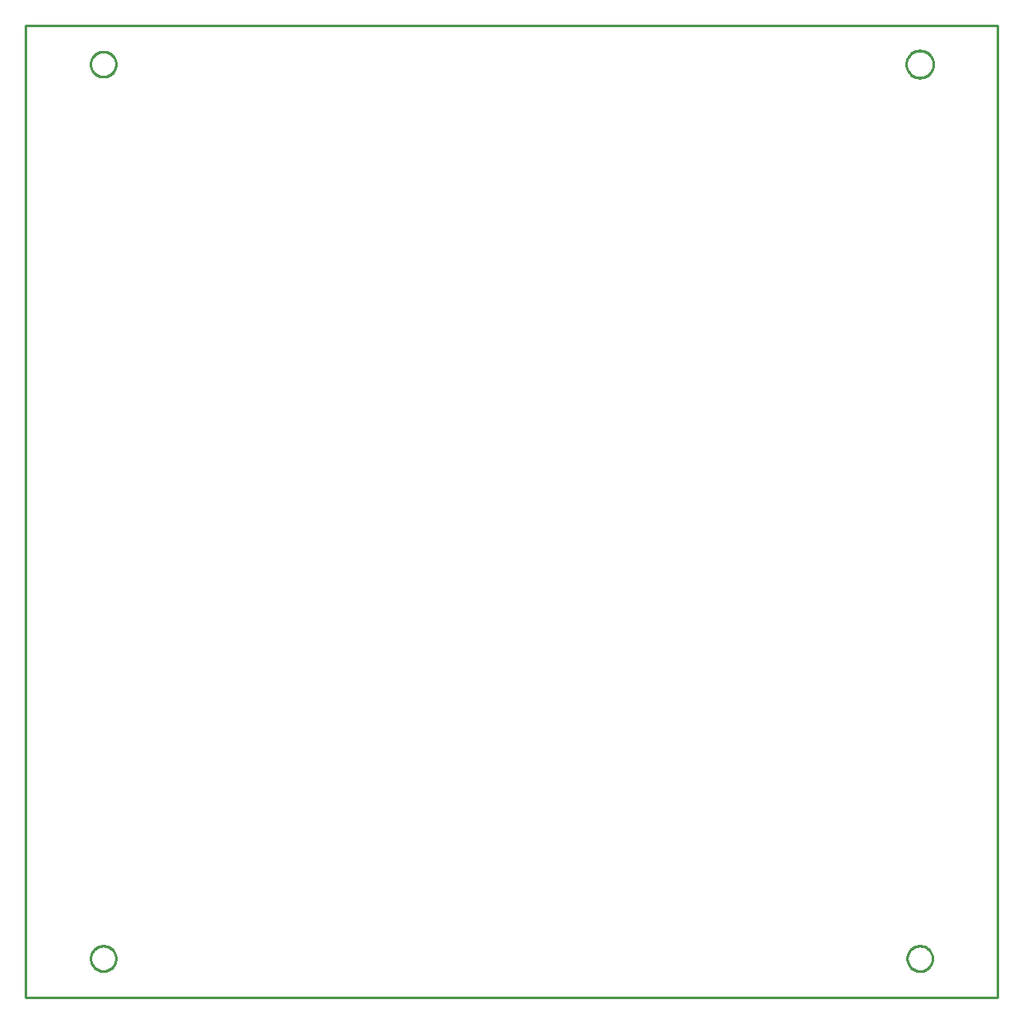
<source format=gbr>
G04 EAGLE Gerber RS-274X export*
G75*
%MOMM*%
%FSLAX34Y34*%
%LPD*%
%IN*%
%IPPOS*%
%AMOC8*
5,1,8,0,0,1.08239X$1,22.5*%
G01*
%ADD10C,0.000000*%
%ADD11C,0.200000*%
%ADD12C,0.254000*%


D10*
X0Y0D02*
X1000000Y0D01*
X1000000Y1000000D01*
X0Y1000000D01*
X0Y0D01*
D11*
X67000Y960000D02*
X67004Y960319D01*
X67016Y960638D01*
X67035Y960956D01*
X67063Y961274D01*
X67098Y961591D01*
X67141Y961907D01*
X67191Y962223D01*
X67250Y962536D01*
X67316Y962848D01*
X67390Y963159D01*
X67471Y963467D01*
X67560Y963774D01*
X67656Y964078D01*
X67760Y964380D01*
X67871Y964679D01*
X67990Y964975D01*
X68115Y965268D01*
X68248Y965558D01*
X68388Y965845D01*
X68535Y966128D01*
X68689Y966408D01*
X68850Y966683D01*
X69017Y966955D01*
X69191Y967222D01*
X69371Y967486D01*
X69558Y967744D01*
X69751Y967998D01*
X69951Y968247D01*
X70156Y968491D01*
X70368Y968730D01*
X70585Y968964D01*
X70808Y969192D01*
X71036Y969415D01*
X71270Y969632D01*
X71509Y969844D01*
X71753Y970049D01*
X72002Y970249D01*
X72256Y970442D01*
X72514Y970629D01*
X72778Y970809D01*
X73045Y970983D01*
X73317Y971150D01*
X73592Y971311D01*
X73872Y971465D01*
X74155Y971612D01*
X74442Y971752D01*
X74732Y971885D01*
X75025Y972010D01*
X75321Y972129D01*
X75620Y972240D01*
X75922Y972344D01*
X76226Y972440D01*
X76533Y972529D01*
X76841Y972610D01*
X77152Y972684D01*
X77464Y972750D01*
X77777Y972809D01*
X78093Y972859D01*
X78409Y972902D01*
X78726Y972937D01*
X79044Y972965D01*
X79362Y972984D01*
X79681Y972996D01*
X80000Y973000D01*
X80319Y972996D01*
X80638Y972984D01*
X80956Y972965D01*
X81274Y972937D01*
X81591Y972902D01*
X81907Y972859D01*
X82223Y972809D01*
X82536Y972750D01*
X82848Y972684D01*
X83159Y972610D01*
X83467Y972529D01*
X83774Y972440D01*
X84078Y972344D01*
X84380Y972240D01*
X84679Y972129D01*
X84975Y972010D01*
X85268Y971885D01*
X85558Y971752D01*
X85845Y971612D01*
X86128Y971465D01*
X86408Y971311D01*
X86683Y971150D01*
X86955Y970983D01*
X87222Y970809D01*
X87486Y970629D01*
X87744Y970442D01*
X87998Y970249D01*
X88247Y970049D01*
X88491Y969844D01*
X88730Y969632D01*
X88964Y969415D01*
X89192Y969192D01*
X89415Y968964D01*
X89632Y968730D01*
X89844Y968491D01*
X90049Y968247D01*
X90249Y967998D01*
X90442Y967744D01*
X90629Y967486D01*
X90809Y967222D01*
X90983Y966955D01*
X91150Y966683D01*
X91311Y966408D01*
X91465Y966128D01*
X91612Y965845D01*
X91752Y965558D01*
X91885Y965268D01*
X92010Y964975D01*
X92129Y964679D01*
X92240Y964380D01*
X92344Y964078D01*
X92440Y963774D01*
X92529Y963467D01*
X92610Y963159D01*
X92684Y962848D01*
X92750Y962536D01*
X92809Y962223D01*
X92859Y961907D01*
X92902Y961591D01*
X92937Y961274D01*
X92965Y960956D01*
X92984Y960638D01*
X92996Y960319D01*
X93000Y960000D01*
X92996Y959681D01*
X92984Y959362D01*
X92965Y959044D01*
X92937Y958726D01*
X92902Y958409D01*
X92859Y958093D01*
X92809Y957777D01*
X92750Y957464D01*
X92684Y957152D01*
X92610Y956841D01*
X92529Y956533D01*
X92440Y956226D01*
X92344Y955922D01*
X92240Y955620D01*
X92129Y955321D01*
X92010Y955025D01*
X91885Y954732D01*
X91752Y954442D01*
X91612Y954155D01*
X91465Y953872D01*
X91311Y953592D01*
X91150Y953317D01*
X90983Y953045D01*
X90809Y952778D01*
X90629Y952514D01*
X90442Y952256D01*
X90249Y952002D01*
X90049Y951753D01*
X89844Y951509D01*
X89632Y951270D01*
X89415Y951036D01*
X89192Y950808D01*
X88964Y950585D01*
X88730Y950368D01*
X88491Y950156D01*
X88247Y949951D01*
X87998Y949751D01*
X87744Y949558D01*
X87486Y949371D01*
X87222Y949191D01*
X86955Y949017D01*
X86683Y948850D01*
X86408Y948689D01*
X86128Y948535D01*
X85845Y948388D01*
X85558Y948248D01*
X85268Y948115D01*
X84975Y947990D01*
X84679Y947871D01*
X84380Y947760D01*
X84078Y947656D01*
X83774Y947560D01*
X83467Y947471D01*
X83159Y947390D01*
X82848Y947316D01*
X82536Y947250D01*
X82223Y947191D01*
X81907Y947141D01*
X81591Y947098D01*
X81274Y947063D01*
X80956Y947035D01*
X80638Y947016D01*
X80319Y947004D01*
X80000Y947000D01*
X79681Y947004D01*
X79362Y947016D01*
X79044Y947035D01*
X78726Y947063D01*
X78409Y947098D01*
X78093Y947141D01*
X77777Y947191D01*
X77464Y947250D01*
X77152Y947316D01*
X76841Y947390D01*
X76533Y947471D01*
X76226Y947560D01*
X75922Y947656D01*
X75620Y947760D01*
X75321Y947871D01*
X75025Y947990D01*
X74732Y948115D01*
X74442Y948248D01*
X74155Y948388D01*
X73872Y948535D01*
X73592Y948689D01*
X73317Y948850D01*
X73045Y949017D01*
X72778Y949191D01*
X72514Y949371D01*
X72256Y949558D01*
X72002Y949751D01*
X71753Y949951D01*
X71509Y950156D01*
X71270Y950368D01*
X71036Y950585D01*
X70808Y950808D01*
X70585Y951036D01*
X70368Y951270D01*
X70156Y951509D01*
X69951Y951753D01*
X69751Y952002D01*
X69558Y952256D01*
X69371Y952514D01*
X69191Y952778D01*
X69017Y953045D01*
X68850Y953317D01*
X68689Y953592D01*
X68535Y953872D01*
X68388Y954155D01*
X68248Y954442D01*
X68115Y954732D01*
X67990Y955025D01*
X67871Y955321D01*
X67760Y955620D01*
X67656Y955922D01*
X67560Y956226D01*
X67471Y956533D01*
X67390Y956841D01*
X67316Y957152D01*
X67250Y957464D01*
X67191Y957777D01*
X67141Y958093D01*
X67098Y958409D01*
X67063Y958726D01*
X67035Y959044D01*
X67016Y959362D01*
X67004Y959681D01*
X67000Y960000D01*
X906000Y960000D02*
X906004Y960344D01*
X906017Y960687D01*
X906038Y961030D01*
X906067Y961372D01*
X906105Y961714D01*
X906152Y962054D01*
X906206Y962393D01*
X906269Y962731D01*
X906340Y963067D01*
X906420Y963402D01*
X906507Y963734D01*
X906603Y964064D01*
X906707Y964392D01*
X906818Y964716D01*
X906938Y965039D01*
X907066Y965358D01*
X907201Y965673D01*
X907344Y965986D01*
X907495Y966295D01*
X907653Y966600D01*
X907819Y966901D01*
X907992Y967197D01*
X908172Y967490D01*
X908359Y967778D01*
X908554Y968061D01*
X908755Y968340D01*
X908963Y968613D01*
X909178Y968882D01*
X909399Y969144D01*
X909627Y969402D01*
X909861Y969654D01*
X910101Y969899D01*
X910346Y970139D01*
X910598Y970373D01*
X910856Y970601D01*
X911118Y970822D01*
X911387Y971037D01*
X911660Y971245D01*
X911939Y971446D01*
X912222Y971641D01*
X912510Y971828D01*
X912803Y972008D01*
X913099Y972181D01*
X913400Y972347D01*
X913705Y972505D01*
X914014Y972656D01*
X914327Y972799D01*
X914642Y972934D01*
X914961Y973062D01*
X915284Y973182D01*
X915608Y973293D01*
X915936Y973397D01*
X916266Y973493D01*
X916598Y973580D01*
X916933Y973660D01*
X917269Y973731D01*
X917607Y973794D01*
X917946Y973848D01*
X918286Y973895D01*
X918628Y973933D01*
X918970Y973962D01*
X919313Y973983D01*
X919656Y973996D01*
X920000Y974000D01*
X920344Y973996D01*
X920687Y973983D01*
X921030Y973962D01*
X921372Y973933D01*
X921714Y973895D01*
X922054Y973848D01*
X922393Y973794D01*
X922731Y973731D01*
X923067Y973660D01*
X923402Y973580D01*
X923734Y973493D01*
X924064Y973397D01*
X924392Y973293D01*
X924716Y973182D01*
X925039Y973062D01*
X925358Y972934D01*
X925673Y972799D01*
X925986Y972656D01*
X926295Y972505D01*
X926600Y972347D01*
X926901Y972181D01*
X927197Y972008D01*
X927490Y971828D01*
X927778Y971641D01*
X928061Y971446D01*
X928340Y971245D01*
X928613Y971037D01*
X928882Y970822D01*
X929144Y970601D01*
X929402Y970373D01*
X929654Y970139D01*
X929899Y969899D01*
X930139Y969654D01*
X930373Y969402D01*
X930601Y969144D01*
X930822Y968882D01*
X931037Y968613D01*
X931245Y968340D01*
X931446Y968061D01*
X931641Y967778D01*
X931828Y967490D01*
X932008Y967197D01*
X932181Y966901D01*
X932347Y966600D01*
X932505Y966295D01*
X932656Y965986D01*
X932799Y965673D01*
X932934Y965358D01*
X933062Y965039D01*
X933182Y964716D01*
X933293Y964392D01*
X933397Y964064D01*
X933493Y963734D01*
X933580Y963402D01*
X933660Y963067D01*
X933731Y962731D01*
X933794Y962393D01*
X933848Y962054D01*
X933895Y961714D01*
X933933Y961372D01*
X933962Y961030D01*
X933983Y960687D01*
X933996Y960344D01*
X934000Y960000D01*
X933996Y959656D01*
X933983Y959313D01*
X933962Y958970D01*
X933933Y958628D01*
X933895Y958286D01*
X933848Y957946D01*
X933794Y957607D01*
X933731Y957269D01*
X933660Y956933D01*
X933580Y956598D01*
X933493Y956266D01*
X933397Y955936D01*
X933293Y955608D01*
X933182Y955284D01*
X933062Y954961D01*
X932934Y954642D01*
X932799Y954327D01*
X932656Y954014D01*
X932505Y953705D01*
X932347Y953400D01*
X932181Y953099D01*
X932008Y952803D01*
X931828Y952510D01*
X931641Y952222D01*
X931446Y951939D01*
X931245Y951660D01*
X931037Y951387D01*
X930822Y951118D01*
X930601Y950856D01*
X930373Y950598D01*
X930139Y950346D01*
X929899Y950101D01*
X929654Y949861D01*
X929402Y949627D01*
X929144Y949399D01*
X928882Y949178D01*
X928613Y948963D01*
X928340Y948755D01*
X928061Y948554D01*
X927778Y948359D01*
X927490Y948172D01*
X927197Y947992D01*
X926901Y947819D01*
X926600Y947653D01*
X926295Y947495D01*
X925986Y947344D01*
X925673Y947201D01*
X925358Y947066D01*
X925039Y946938D01*
X924716Y946818D01*
X924392Y946707D01*
X924064Y946603D01*
X923734Y946507D01*
X923402Y946420D01*
X923067Y946340D01*
X922731Y946269D01*
X922393Y946206D01*
X922054Y946152D01*
X921714Y946105D01*
X921372Y946067D01*
X921030Y946038D01*
X920687Y946017D01*
X920344Y946004D01*
X920000Y946000D01*
X919656Y946004D01*
X919313Y946017D01*
X918970Y946038D01*
X918628Y946067D01*
X918286Y946105D01*
X917946Y946152D01*
X917607Y946206D01*
X917269Y946269D01*
X916933Y946340D01*
X916598Y946420D01*
X916266Y946507D01*
X915936Y946603D01*
X915608Y946707D01*
X915284Y946818D01*
X914961Y946938D01*
X914642Y947066D01*
X914327Y947201D01*
X914014Y947344D01*
X913705Y947495D01*
X913400Y947653D01*
X913099Y947819D01*
X912803Y947992D01*
X912510Y948172D01*
X912222Y948359D01*
X911939Y948554D01*
X911660Y948755D01*
X911387Y948963D01*
X911118Y949178D01*
X910856Y949399D01*
X910598Y949627D01*
X910346Y949861D01*
X910101Y950101D01*
X909861Y950346D01*
X909627Y950598D01*
X909399Y950856D01*
X909178Y951118D01*
X908963Y951387D01*
X908755Y951660D01*
X908554Y951939D01*
X908359Y952222D01*
X908172Y952510D01*
X907992Y952803D01*
X907819Y953099D01*
X907653Y953400D01*
X907495Y953705D01*
X907344Y954014D01*
X907201Y954327D01*
X907066Y954642D01*
X906938Y954961D01*
X906818Y955284D01*
X906707Y955608D01*
X906603Y955936D01*
X906507Y956266D01*
X906420Y956598D01*
X906340Y956933D01*
X906269Y957269D01*
X906206Y957607D01*
X906152Y957946D01*
X906105Y958286D01*
X906067Y958628D01*
X906038Y958970D01*
X906017Y959313D01*
X906004Y959656D01*
X906000Y960000D01*
X907000Y40000D02*
X907004Y40319D01*
X907016Y40638D01*
X907035Y40956D01*
X907063Y41274D01*
X907098Y41591D01*
X907141Y41907D01*
X907191Y42223D01*
X907250Y42536D01*
X907316Y42848D01*
X907390Y43159D01*
X907471Y43467D01*
X907560Y43774D01*
X907656Y44078D01*
X907760Y44380D01*
X907871Y44679D01*
X907990Y44975D01*
X908115Y45268D01*
X908248Y45558D01*
X908388Y45845D01*
X908535Y46128D01*
X908689Y46408D01*
X908850Y46683D01*
X909017Y46955D01*
X909191Y47222D01*
X909371Y47486D01*
X909558Y47744D01*
X909751Y47998D01*
X909951Y48247D01*
X910156Y48491D01*
X910368Y48730D01*
X910585Y48964D01*
X910808Y49192D01*
X911036Y49415D01*
X911270Y49632D01*
X911509Y49844D01*
X911753Y50049D01*
X912002Y50249D01*
X912256Y50442D01*
X912514Y50629D01*
X912778Y50809D01*
X913045Y50983D01*
X913317Y51150D01*
X913592Y51311D01*
X913872Y51465D01*
X914155Y51612D01*
X914442Y51752D01*
X914732Y51885D01*
X915025Y52010D01*
X915321Y52129D01*
X915620Y52240D01*
X915922Y52344D01*
X916226Y52440D01*
X916533Y52529D01*
X916841Y52610D01*
X917152Y52684D01*
X917464Y52750D01*
X917777Y52809D01*
X918093Y52859D01*
X918409Y52902D01*
X918726Y52937D01*
X919044Y52965D01*
X919362Y52984D01*
X919681Y52996D01*
X920000Y53000D01*
X920319Y52996D01*
X920638Y52984D01*
X920956Y52965D01*
X921274Y52937D01*
X921591Y52902D01*
X921907Y52859D01*
X922223Y52809D01*
X922536Y52750D01*
X922848Y52684D01*
X923159Y52610D01*
X923467Y52529D01*
X923774Y52440D01*
X924078Y52344D01*
X924380Y52240D01*
X924679Y52129D01*
X924975Y52010D01*
X925268Y51885D01*
X925558Y51752D01*
X925845Y51612D01*
X926128Y51465D01*
X926408Y51311D01*
X926683Y51150D01*
X926955Y50983D01*
X927222Y50809D01*
X927486Y50629D01*
X927744Y50442D01*
X927998Y50249D01*
X928247Y50049D01*
X928491Y49844D01*
X928730Y49632D01*
X928964Y49415D01*
X929192Y49192D01*
X929415Y48964D01*
X929632Y48730D01*
X929844Y48491D01*
X930049Y48247D01*
X930249Y47998D01*
X930442Y47744D01*
X930629Y47486D01*
X930809Y47222D01*
X930983Y46955D01*
X931150Y46683D01*
X931311Y46408D01*
X931465Y46128D01*
X931612Y45845D01*
X931752Y45558D01*
X931885Y45268D01*
X932010Y44975D01*
X932129Y44679D01*
X932240Y44380D01*
X932344Y44078D01*
X932440Y43774D01*
X932529Y43467D01*
X932610Y43159D01*
X932684Y42848D01*
X932750Y42536D01*
X932809Y42223D01*
X932859Y41907D01*
X932902Y41591D01*
X932937Y41274D01*
X932965Y40956D01*
X932984Y40638D01*
X932996Y40319D01*
X933000Y40000D01*
X932996Y39681D01*
X932984Y39362D01*
X932965Y39044D01*
X932937Y38726D01*
X932902Y38409D01*
X932859Y38093D01*
X932809Y37777D01*
X932750Y37464D01*
X932684Y37152D01*
X932610Y36841D01*
X932529Y36533D01*
X932440Y36226D01*
X932344Y35922D01*
X932240Y35620D01*
X932129Y35321D01*
X932010Y35025D01*
X931885Y34732D01*
X931752Y34442D01*
X931612Y34155D01*
X931465Y33872D01*
X931311Y33592D01*
X931150Y33317D01*
X930983Y33045D01*
X930809Y32778D01*
X930629Y32514D01*
X930442Y32256D01*
X930249Y32002D01*
X930049Y31753D01*
X929844Y31509D01*
X929632Y31270D01*
X929415Y31036D01*
X929192Y30808D01*
X928964Y30585D01*
X928730Y30368D01*
X928491Y30156D01*
X928247Y29951D01*
X927998Y29751D01*
X927744Y29558D01*
X927486Y29371D01*
X927222Y29191D01*
X926955Y29017D01*
X926683Y28850D01*
X926408Y28689D01*
X926128Y28535D01*
X925845Y28388D01*
X925558Y28248D01*
X925268Y28115D01*
X924975Y27990D01*
X924679Y27871D01*
X924380Y27760D01*
X924078Y27656D01*
X923774Y27560D01*
X923467Y27471D01*
X923159Y27390D01*
X922848Y27316D01*
X922536Y27250D01*
X922223Y27191D01*
X921907Y27141D01*
X921591Y27098D01*
X921274Y27063D01*
X920956Y27035D01*
X920638Y27016D01*
X920319Y27004D01*
X920000Y27000D01*
X919681Y27004D01*
X919362Y27016D01*
X919044Y27035D01*
X918726Y27063D01*
X918409Y27098D01*
X918093Y27141D01*
X917777Y27191D01*
X917464Y27250D01*
X917152Y27316D01*
X916841Y27390D01*
X916533Y27471D01*
X916226Y27560D01*
X915922Y27656D01*
X915620Y27760D01*
X915321Y27871D01*
X915025Y27990D01*
X914732Y28115D01*
X914442Y28248D01*
X914155Y28388D01*
X913872Y28535D01*
X913592Y28689D01*
X913317Y28850D01*
X913045Y29017D01*
X912778Y29191D01*
X912514Y29371D01*
X912256Y29558D01*
X912002Y29751D01*
X911753Y29951D01*
X911509Y30156D01*
X911270Y30368D01*
X911036Y30585D01*
X910808Y30808D01*
X910585Y31036D01*
X910368Y31270D01*
X910156Y31509D01*
X909951Y31753D01*
X909751Y32002D01*
X909558Y32256D01*
X909371Y32514D01*
X909191Y32778D01*
X909017Y33045D01*
X908850Y33317D01*
X908689Y33592D01*
X908535Y33872D01*
X908388Y34155D01*
X908248Y34442D01*
X908115Y34732D01*
X907990Y35025D01*
X907871Y35321D01*
X907760Y35620D01*
X907656Y35922D01*
X907560Y36226D01*
X907471Y36533D01*
X907390Y36841D01*
X907316Y37152D01*
X907250Y37464D01*
X907191Y37777D01*
X907141Y38093D01*
X907098Y38409D01*
X907063Y38726D01*
X907035Y39044D01*
X907016Y39362D01*
X907004Y39681D01*
X907000Y40000D01*
X67000Y40000D02*
X67004Y40319D01*
X67016Y40638D01*
X67035Y40956D01*
X67063Y41274D01*
X67098Y41591D01*
X67141Y41907D01*
X67191Y42223D01*
X67250Y42536D01*
X67316Y42848D01*
X67390Y43159D01*
X67471Y43467D01*
X67560Y43774D01*
X67656Y44078D01*
X67760Y44380D01*
X67871Y44679D01*
X67990Y44975D01*
X68115Y45268D01*
X68248Y45558D01*
X68388Y45845D01*
X68535Y46128D01*
X68689Y46408D01*
X68850Y46683D01*
X69017Y46955D01*
X69191Y47222D01*
X69371Y47486D01*
X69558Y47744D01*
X69751Y47998D01*
X69951Y48247D01*
X70156Y48491D01*
X70368Y48730D01*
X70585Y48964D01*
X70808Y49192D01*
X71036Y49415D01*
X71270Y49632D01*
X71509Y49844D01*
X71753Y50049D01*
X72002Y50249D01*
X72256Y50442D01*
X72514Y50629D01*
X72778Y50809D01*
X73045Y50983D01*
X73317Y51150D01*
X73592Y51311D01*
X73872Y51465D01*
X74155Y51612D01*
X74442Y51752D01*
X74732Y51885D01*
X75025Y52010D01*
X75321Y52129D01*
X75620Y52240D01*
X75922Y52344D01*
X76226Y52440D01*
X76533Y52529D01*
X76841Y52610D01*
X77152Y52684D01*
X77464Y52750D01*
X77777Y52809D01*
X78093Y52859D01*
X78409Y52902D01*
X78726Y52937D01*
X79044Y52965D01*
X79362Y52984D01*
X79681Y52996D01*
X80000Y53000D01*
X80319Y52996D01*
X80638Y52984D01*
X80956Y52965D01*
X81274Y52937D01*
X81591Y52902D01*
X81907Y52859D01*
X82223Y52809D01*
X82536Y52750D01*
X82848Y52684D01*
X83159Y52610D01*
X83467Y52529D01*
X83774Y52440D01*
X84078Y52344D01*
X84380Y52240D01*
X84679Y52129D01*
X84975Y52010D01*
X85268Y51885D01*
X85558Y51752D01*
X85845Y51612D01*
X86128Y51465D01*
X86408Y51311D01*
X86683Y51150D01*
X86955Y50983D01*
X87222Y50809D01*
X87486Y50629D01*
X87744Y50442D01*
X87998Y50249D01*
X88247Y50049D01*
X88491Y49844D01*
X88730Y49632D01*
X88964Y49415D01*
X89192Y49192D01*
X89415Y48964D01*
X89632Y48730D01*
X89844Y48491D01*
X90049Y48247D01*
X90249Y47998D01*
X90442Y47744D01*
X90629Y47486D01*
X90809Y47222D01*
X90983Y46955D01*
X91150Y46683D01*
X91311Y46408D01*
X91465Y46128D01*
X91612Y45845D01*
X91752Y45558D01*
X91885Y45268D01*
X92010Y44975D01*
X92129Y44679D01*
X92240Y44380D01*
X92344Y44078D01*
X92440Y43774D01*
X92529Y43467D01*
X92610Y43159D01*
X92684Y42848D01*
X92750Y42536D01*
X92809Y42223D01*
X92859Y41907D01*
X92902Y41591D01*
X92937Y41274D01*
X92965Y40956D01*
X92984Y40638D01*
X92996Y40319D01*
X93000Y40000D01*
X92996Y39681D01*
X92984Y39362D01*
X92965Y39044D01*
X92937Y38726D01*
X92902Y38409D01*
X92859Y38093D01*
X92809Y37777D01*
X92750Y37464D01*
X92684Y37152D01*
X92610Y36841D01*
X92529Y36533D01*
X92440Y36226D01*
X92344Y35922D01*
X92240Y35620D01*
X92129Y35321D01*
X92010Y35025D01*
X91885Y34732D01*
X91752Y34442D01*
X91612Y34155D01*
X91465Y33872D01*
X91311Y33592D01*
X91150Y33317D01*
X90983Y33045D01*
X90809Y32778D01*
X90629Y32514D01*
X90442Y32256D01*
X90249Y32002D01*
X90049Y31753D01*
X89844Y31509D01*
X89632Y31270D01*
X89415Y31036D01*
X89192Y30808D01*
X88964Y30585D01*
X88730Y30368D01*
X88491Y30156D01*
X88247Y29951D01*
X87998Y29751D01*
X87744Y29558D01*
X87486Y29371D01*
X87222Y29191D01*
X86955Y29017D01*
X86683Y28850D01*
X86408Y28689D01*
X86128Y28535D01*
X85845Y28388D01*
X85558Y28248D01*
X85268Y28115D01*
X84975Y27990D01*
X84679Y27871D01*
X84380Y27760D01*
X84078Y27656D01*
X83774Y27560D01*
X83467Y27471D01*
X83159Y27390D01*
X82848Y27316D01*
X82536Y27250D01*
X82223Y27191D01*
X81907Y27141D01*
X81591Y27098D01*
X81274Y27063D01*
X80956Y27035D01*
X80638Y27016D01*
X80319Y27004D01*
X80000Y27000D01*
X79681Y27004D01*
X79362Y27016D01*
X79044Y27035D01*
X78726Y27063D01*
X78409Y27098D01*
X78093Y27141D01*
X77777Y27191D01*
X77464Y27250D01*
X77152Y27316D01*
X76841Y27390D01*
X76533Y27471D01*
X76226Y27560D01*
X75922Y27656D01*
X75620Y27760D01*
X75321Y27871D01*
X75025Y27990D01*
X74732Y28115D01*
X74442Y28248D01*
X74155Y28388D01*
X73872Y28535D01*
X73592Y28689D01*
X73317Y28850D01*
X73045Y29017D01*
X72778Y29191D01*
X72514Y29371D01*
X72256Y29558D01*
X72002Y29751D01*
X71753Y29951D01*
X71509Y30156D01*
X71270Y30368D01*
X71036Y30585D01*
X70808Y30808D01*
X70585Y31036D01*
X70368Y31270D01*
X70156Y31509D01*
X69951Y31753D01*
X69751Y32002D01*
X69558Y32256D01*
X69371Y32514D01*
X69191Y32778D01*
X69017Y33045D01*
X68850Y33317D01*
X68689Y33592D01*
X68535Y33872D01*
X68388Y34155D01*
X68248Y34442D01*
X68115Y34732D01*
X67990Y35025D01*
X67871Y35321D01*
X67760Y35620D01*
X67656Y35922D01*
X67560Y36226D01*
X67471Y36533D01*
X67390Y36841D01*
X67316Y37152D01*
X67250Y37464D01*
X67191Y37777D01*
X67141Y38093D01*
X67098Y38409D01*
X67063Y38726D01*
X67035Y39044D01*
X67016Y39362D01*
X67004Y39681D01*
X67000Y40000D01*
D12*
X0Y0D02*
X1000000Y0D01*
X1000000Y1000000D01*
X0Y1000000D01*
X0Y0D01*
X93000Y959536D02*
X93000Y960464D01*
X92934Y961391D01*
X92802Y962310D01*
X92604Y963217D01*
X92343Y964108D01*
X92018Y964978D01*
X91632Y965823D01*
X91187Y966638D01*
X90685Y967419D01*
X90129Y968162D01*
X89521Y968864D01*
X88864Y969521D01*
X88162Y970129D01*
X87419Y970685D01*
X86638Y971187D01*
X85823Y971632D01*
X84978Y972018D01*
X84108Y972343D01*
X83217Y972604D01*
X82310Y972802D01*
X81391Y972934D01*
X80464Y973000D01*
X79536Y973000D01*
X78609Y972934D01*
X77690Y972802D01*
X76783Y972604D01*
X75892Y972343D01*
X75022Y972018D01*
X74177Y971632D01*
X73362Y971187D01*
X72581Y970685D01*
X71838Y970129D01*
X71136Y969521D01*
X70479Y968864D01*
X69871Y968162D01*
X69315Y967419D01*
X68813Y966638D01*
X68368Y965823D01*
X67982Y964978D01*
X67657Y964108D01*
X67396Y963217D01*
X67198Y962310D01*
X67066Y961391D01*
X67000Y960464D01*
X67000Y959536D01*
X67066Y958609D01*
X67198Y957690D01*
X67396Y956783D01*
X67657Y955892D01*
X67982Y955022D01*
X68368Y954177D01*
X68813Y953362D01*
X69315Y952581D01*
X69871Y951838D01*
X70479Y951136D01*
X71136Y950479D01*
X71838Y949871D01*
X72581Y949315D01*
X73362Y948813D01*
X74177Y948368D01*
X75022Y947982D01*
X75892Y947657D01*
X76783Y947396D01*
X77690Y947198D01*
X78609Y947066D01*
X79536Y947000D01*
X80464Y947000D01*
X81391Y947066D01*
X82310Y947198D01*
X83217Y947396D01*
X84108Y947657D01*
X84978Y947982D01*
X85823Y948368D01*
X86638Y948813D01*
X87419Y949315D01*
X88162Y949871D01*
X88864Y950479D01*
X89521Y951136D01*
X90129Y951838D01*
X90685Y952581D01*
X91187Y953362D01*
X91632Y954177D01*
X92018Y955022D01*
X92343Y955892D01*
X92604Y956783D01*
X92802Y957690D01*
X92934Y958609D01*
X93000Y959536D01*
X934000Y959500D02*
X934000Y960500D01*
X933929Y961498D01*
X933786Y962487D01*
X933574Y963465D01*
X933292Y964424D01*
X932943Y965361D01*
X932527Y966271D01*
X932048Y967148D01*
X931507Y967990D01*
X930908Y968790D01*
X930253Y969546D01*
X929546Y970253D01*
X928790Y970908D01*
X927990Y971507D01*
X927148Y972048D01*
X926271Y972527D01*
X925361Y972943D01*
X924424Y973292D01*
X923465Y973574D01*
X922487Y973786D01*
X921498Y973929D01*
X920500Y974000D01*
X919500Y974000D01*
X918503Y973929D01*
X917513Y973786D01*
X916536Y973574D01*
X915576Y973292D01*
X914639Y972943D01*
X913729Y972527D01*
X912852Y972048D01*
X912010Y971507D01*
X911210Y970908D01*
X910454Y970253D01*
X909747Y969546D01*
X909092Y968790D01*
X908493Y967990D01*
X907952Y967148D01*
X907473Y966271D01*
X907057Y965361D01*
X906708Y964424D01*
X906426Y963465D01*
X906214Y962487D01*
X906071Y961498D01*
X906000Y960500D01*
X906000Y959500D01*
X906071Y958503D01*
X906214Y957513D01*
X906426Y956536D01*
X906708Y955576D01*
X907057Y954639D01*
X907473Y953729D01*
X907952Y952852D01*
X908493Y952010D01*
X909092Y951210D01*
X909747Y950454D01*
X910454Y949747D01*
X911210Y949092D01*
X912010Y948493D01*
X912852Y947952D01*
X913729Y947473D01*
X914639Y947057D01*
X915576Y946708D01*
X916536Y946426D01*
X917513Y946214D01*
X918503Y946071D01*
X919500Y946000D01*
X920500Y946000D01*
X921498Y946071D01*
X922487Y946214D01*
X923465Y946426D01*
X924424Y946708D01*
X925361Y947057D01*
X926271Y947473D01*
X927148Y947952D01*
X927990Y948493D01*
X928790Y949092D01*
X929546Y949747D01*
X930253Y950454D01*
X930908Y951210D01*
X931507Y952010D01*
X932048Y952852D01*
X932527Y953729D01*
X932943Y954639D01*
X933292Y955576D01*
X933574Y956536D01*
X933786Y957513D01*
X933929Y958503D01*
X934000Y959500D01*
X933000Y39536D02*
X933000Y40464D01*
X932934Y41391D01*
X932802Y42310D01*
X932604Y43217D01*
X932343Y44108D01*
X932018Y44978D01*
X931632Y45823D01*
X931187Y46638D01*
X930685Y47419D01*
X930129Y48162D01*
X929521Y48864D01*
X928864Y49521D01*
X928162Y50129D01*
X927419Y50685D01*
X926638Y51187D01*
X925823Y51632D01*
X924978Y52018D01*
X924108Y52343D01*
X923217Y52604D01*
X922310Y52802D01*
X921391Y52934D01*
X920464Y53000D01*
X919536Y53000D01*
X918609Y52934D01*
X917690Y52802D01*
X916783Y52604D01*
X915892Y52343D01*
X915022Y52018D01*
X914177Y51632D01*
X913362Y51187D01*
X912581Y50685D01*
X911838Y50129D01*
X911136Y49521D01*
X910479Y48864D01*
X909871Y48162D01*
X909315Y47419D01*
X908813Y46638D01*
X908368Y45823D01*
X907982Y44978D01*
X907657Y44108D01*
X907396Y43217D01*
X907198Y42310D01*
X907066Y41391D01*
X907000Y40464D01*
X907000Y39536D01*
X907066Y38609D01*
X907198Y37690D01*
X907396Y36783D01*
X907657Y35892D01*
X907982Y35022D01*
X908368Y34177D01*
X908813Y33362D01*
X909315Y32581D01*
X909871Y31838D01*
X910479Y31136D01*
X911136Y30479D01*
X911838Y29871D01*
X912581Y29315D01*
X913362Y28813D01*
X914177Y28368D01*
X915022Y27982D01*
X915892Y27657D01*
X916783Y27396D01*
X917690Y27198D01*
X918609Y27066D01*
X919536Y27000D01*
X920464Y27000D01*
X921391Y27066D01*
X922310Y27198D01*
X923217Y27396D01*
X924108Y27657D01*
X924978Y27982D01*
X925823Y28368D01*
X926638Y28813D01*
X927419Y29315D01*
X928162Y29871D01*
X928864Y30479D01*
X929521Y31136D01*
X930129Y31838D01*
X930685Y32581D01*
X931187Y33362D01*
X931632Y34177D01*
X932018Y35022D01*
X932343Y35892D01*
X932604Y36783D01*
X932802Y37690D01*
X932934Y38609D01*
X933000Y39536D01*
X93000Y39536D02*
X93000Y40464D01*
X92934Y41391D01*
X92802Y42310D01*
X92604Y43217D01*
X92343Y44108D01*
X92018Y44978D01*
X91632Y45823D01*
X91187Y46638D01*
X90685Y47419D01*
X90129Y48162D01*
X89521Y48864D01*
X88864Y49521D01*
X88162Y50129D01*
X87419Y50685D01*
X86638Y51187D01*
X85823Y51632D01*
X84978Y52018D01*
X84108Y52343D01*
X83217Y52604D01*
X82310Y52802D01*
X81391Y52934D01*
X80464Y53000D01*
X79536Y53000D01*
X78609Y52934D01*
X77690Y52802D01*
X76783Y52604D01*
X75892Y52343D01*
X75022Y52018D01*
X74177Y51632D01*
X73362Y51187D01*
X72581Y50685D01*
X71838Y50129D01*
X71136Y49521D01*
X70479Y48864D01*
X69871Y48162D01*
X69315Y47419D01*
X68813Y46638D01*
X68368Y45823D01*
X67982Y44978D01*
X67657Y44108D01*
X67396Y43217D01*
X67198Y42310D01*
X67066Y41391D01*
X67000Y40464D01*
X67000Y39536D01*
X67066Y38609D01*
X67198Y37690D01*
X67396Y36783D01*
X67657Y35892D01*
X67982Y35022D01*
X68368Y34177D01*
X68813Y33362D01*
X69315Y32581D01*
X69871Y31838D01*
X70479Y31136D01*
X71136Y30479D01*
X71838Y29871D01*
X72581Y29315D01*
X73362Y28813D01*
X74177Y28368D01*
X75022Y27982D01*
X75892Y27657D01*
X76783Y27396D01*
X77690Y27198D01*
X78609Y27066D01*
X79536Y27000D01*
X80464Y27000D01*
X81391Y27066D01*
X82310Y27198D01*
X83217Y27396D01*
X84108Y27657D01*
X84978Y27982D01*
X85823Y28368D01*
X86638Y28813D01*
X87419Y29315D01*
X88162Y29871D01*
X88864Y30479D01*
X89521Y31136D01*
X90129Y31838D01*
X90685Y32581D01*
X91187Y33362D01*
X91632Y34177D01*
X92018Y35022D01*
X92343Y35892D01*
X92604Y36783D01*
X92802Y37690D01*
X92934Y38609D01*
X93000Y39536D01*
M02*

</source>
